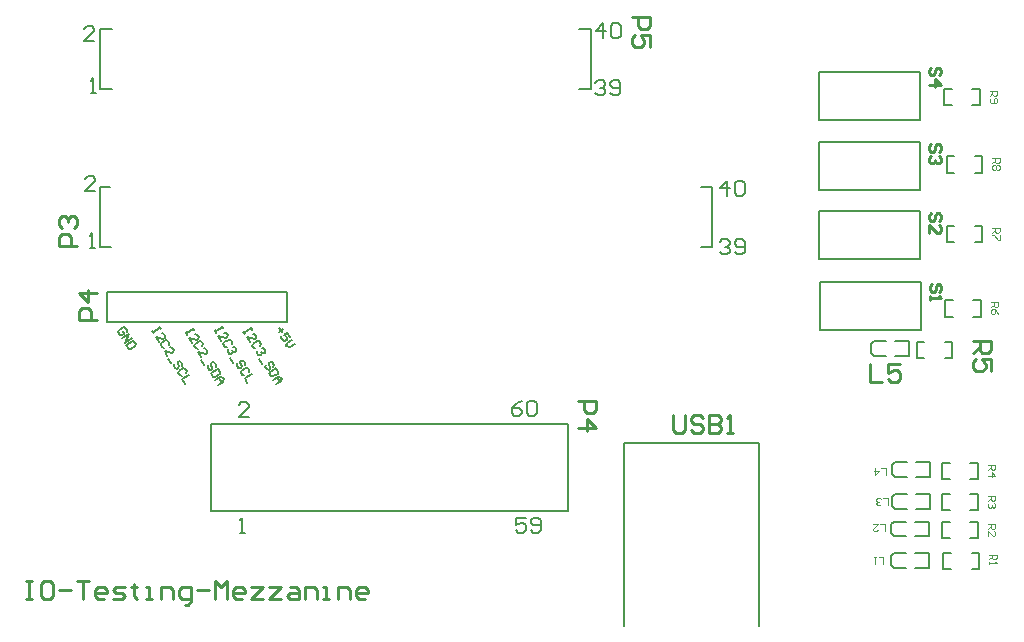
<source format=gto>
%FSTAX24Y24*%
%MOMM*%
%SFA1B1*%

%IPPOS*%
%ADD19C,0.250000*%
%ADD34C,0.130000*%
%ADD35C,0.180000*%
%ADD36C,0.200000*%
%ADD37C,0.150000*%
%ADD38C,0.100000*%
%ADD39C,0.200000*%
%LNio-testing-mezzanine-1*%
%LPD*%
G54D19*
X119399Y138399D02*
X124499D01*
X121899*
Y123199*
X119399*
X124499*
X1397Y138399D02*
X134599D01*
X132099Y135899*
Y125699*
X134599Y123199*
X1397*
X142199Y125699*
Y135899*
X1397Y138399*
X147299Y130799D02*
X157499D01*
X162499Y138399D02*
X172699D01*
X167599*
Y123199*
X185399D02*
X180299D01*
X1778Y125699*
Y130799*
X180299Y133299*
X185399*
X187899Y130799*
Y128299*
X1778*
X192999Y123199D02*
X200599D01*
X2032Y125699*
X200599Y128299*
X195599*
X192999Y130799*
X195599Y133299*
X2032*
X210799Y135899D02*
Y133299D01*
X208299*
X213299*
X210799*
Y125699*
X213299Y123199*
X220899D02*
X225999D01*
X223499*
Y133299*
X220899*
X233599Y123199D02*
Y133299D01*
X2413*
X243799Y130799*
Y123199*
X254Y118099D02*
X256499D01*
X258999Y120699*
Y133299*
X251399*
X248899Y130799*
Y125699*
X251399Y123199*
X258999*
X264099Y130799D02*
X274299D01*
X279299Y123199D02*
Y138399D01*
X284399Y133299*
X289499Y138399*
Y123199*
X302199D02*
X297099D01*
X294599Y125699*
Y130799*
X297099Y133299*
X302199*
X304699Y130799*
Y128299*
X294599*
X309799Y133299D02*
X319999D01*
X309799Y123199*
X319999*
X325099Y133299D02*
X335199D01*
X325099Y123199*
X335199*
X342799Y133299D02*
X347899D01*
X350399Y130799*
Y123199*
X342799*
X340299Y125699*
X342799Y128299*
X350399*
X355499Y123199D02*
Y133299D01*
X363099*
X365699Y130799*
Y123199*
X370799D02*
X375799D01*
X373299*
Y133299*
X370799*
X383499Y123199D02*
Y133299D01*
X391099*
X393599Y130799*
Y123199*
X406299D02*
X401199D01*
X398699Y125699*
Y130799*
X401199Y133299*
X406299*
X408799Y130799*
Y128299*
X398699*
X892599Y501599D02*
X894299Y503199D01*
Y506499*
X892599Y508199*
X890899*
X889299Y506499*
Y503199*
X887599Y501599*
X885899*
X884299Y503199*
Y506499*
X885899Y508199*
X892599Y498199D02*
X894299Y496599D01*
Y493199*
X892599Y491599*
X890899*
X889299Y493199*
Y494899*
Y493199*
X887599Y491599*
X885899*
X884299Y493199*
Y496599*
X885899Y498199*
X632699Y615799D02*
X647899D01*
Y608199*
X645399Y605699*
X640299*
X637799Y608199*
Y615799*
X647899Y590499D02*
Y600599D01*
X640299*
X642799Y595499*
Y592999*
X640299Y590499*
X635199*
X632699Y592999*
Y598099*
X635199Y600599*
X892399Y566099D02*
X894099Y567799D01*
Y571099*
X892399Y572799*
X890799*
X889099Y571099*
Y567799*
X887399Y566099*
X885799*
X884099Y567799*
Y571099*
X885799Y572799*
X884099Y557799D02*
X894099D01*
X889099Y562799*
Y556099*
X892599Y442599D02*
X894299Y444199D01*
Y447499*
X892599Y449199*
X890899*
X889299Y447499*
Y444199*
X887599Y442599*
X885899*
X884299Y444199*
Y447499*
X885899Y449199*
X884299Y432599D02*
Y439199D01*
X890899Y432599*
X892599*
X894299Y434199*
Y437599*
X892599Y439199*
X892899Y382699D02*
X894599Y384399D01*
Y387699*
X892899Y389399*
X891299*
X889599Y387699*
Y384399*
X887899Y382699*
X886299*
X884599Y384399*
Y387699*
X886299Y389399*
X884599Y379399D02*
Y376099D01*
Y377699*
X894599*
X892899Y379399*
X162999Y421999D02*
X147799D01*
Y429599*
X150299Y432199*
X155399*
X157899Y429599*
Y421999*
X150299Y437199D02*
X147799Y439799D01*
Y444899*
X150299Y447399*
X152799*
X155399Y444899*
Y442299*
Y444899*
X157899Y447399*
X160499*
X162999Y444899*
Y439799*
X160499Y437199*
X833999Y321899D02*
Y306699D01*
X844099*
X859399Y321899D02*
X849199D01*
Y314299*
X854299Y316899*
X856799*
X859399Y314299*
Y309199*
X856799Y306699*
X851699*
X849199Y309199*
X921699Y341599D02*
X936899D01*
Y333999*
X934399Y331399*
X929299*
X926799Y333999*
Y341599*
Y336499D02*
X921699Y331399D01*
X936899Y316199D02*
Y326399D01*
X929299*
X931899Y321299*
Y318699*
X929299Y316199*
X924199*
X921699Y318699*
Y323799*
X924199Y326399*
X179399Y359399D02*
X164199D01*
Y366999*
X166699Y369499*
X171799*
X174299Y366999*
Y359399*
X179399Y382199D02*
X164199D01*
X171799Y374599*
Y384699*
X667099Y278199D02*
Y265499D01*
X669599Y262999*
X674699*
X677299Y265499*
Y278199*
X692499Y275699D02*
X689999Y278199D01*
X684899*
X682299Y275699*
Y273199*
X684899Y270599*
X689999*
X692499Y268099*
Y265499*
X689999Y262999*
X684899*
X682299Y265499*
X697599Y278199D02*
Y262999D01*
X705199*
X707699Y265499*
Y268099*
X705199Y270599*
X697599*
X705199*
X707699Y273199*
Y275699*
X705199Y278199*
X697599*
X712799Y262999D02*
X717899D01*
X715299*
Y278199*
X712799Y275699*
X587099Y290299D02*
X602399D01*
Y282599*
X599799Y280099*
X594799*
X592199Y282599*
Y290299*
X587099Y267399D02*
X602399D01*
X594799Y274999*
Y264899*
G54D34*
X790899Y469499D02*
X875999D01*
X790899Y510099D02*
X875999D01*
Y469499D02*
Y510099D01*
X790899Y469499D02*
Y510099D01*
Y528499D02*
X875999D01*
X790899Y569099D02*
X875999D01*
Y528499D02*
Y569099D01*
X790899Y528499D02*
Y569099D01*
Y410499D02*
X875999D01*
X790899Y451099D02*
X875999D01*
Y410499D02*
Y451099D01*
X790899Y410499D02*
Y451099D01*
X791899Y350499D02*
X876999D01*
X791899Y391099D02*
X876999D01*
Y350499D02*
Y391099D01*
X791899Y350499D02*
Y391099D01*
X883699Y148799D02*
Y161499D01*
X851999Y158899D02*
X854499Y161499D01*
X851999Y151299D02*
X854499Y148799D01*
X851999Y151299D02*
Y158899D01*
X854499Y148799D02*
X864699D01*
X872299D02*
X883699D01*
X854499Y161499D02*
X864699D01*
X872299D02*
X883699D01*
X855499Y340999D02*
X866899D01*
X837699D02*
X847899D01*
X855499Y328299D02*
X866899D01*
X837699D02*
X847899D01*
X835199Y330799D02*
Y338399D01*
Y330799D02*
X837699Y328299D01*
X835199Y338399D02*
X837699Y340999D01*
X866899Y328299D02*
Y340999D01*
X873299Y238399D02*
X884699D01*
X855499D02*
X865699D01*
X873299Y225799D02*
X884699D01*
X855499D02*
X865699D01*
X852999Y228299D02*
Y235899D01*
Y228299D02*
X855499Y225799D01*
X852999Y235899D02*
X855499Y238399D01*
X884699Y225799D02*
Y238399D01*
X873299Y211499D02*
X884699D01*
X855499D02*
X865699D01*
X873299Y198799D02*
X884699D01*
X855499D02*
X865699D01*
X852999Y201299D02*
Y208899D01*
Y201299D02*
X855499Y198799D01*
X852999Y208899D02*
X855499Y211499D01*
X884699Y198799D02*
Y211499D01*
X872299Y188399D02*
X883699D01*
X854499D02*
X864699D01*
X872299Y175799D02*
X883699D01*
X854499D02*
X864699D01*
X851999Y178299D02*
Y185899D01*
Y178299D02*
X854499Y175799D01*
X851999Y185899D02*
X854499Y188399D01*
X883699Y175799D02*
Y188399D01*
X625799Y099999D02*
Y254199D01*
X740099Y099999D02*
Y254199D01*
X625999Y254999D02*
X740299D01*
G54D35*
X920699Y554699D02*
X927299D01*
Y540899D02*
Y554699D01*
X920699Y540899D02*
X927299D01*
X896899D02*
X903499D01*
X896899D02*
Y554699D01*
X903499*
X922699Y497699D02*
X929299D01*
Y483899D02*
Y497699D01*
X922699Y483899D02*
X929299D01*
X898899D02*
X905499D01*
X898899D02*
Y497699D01*
X905499*
X921699Y375699D02*
X928299D01*
Y361899D02*
Y375699D01*
X921699Y361899D02*
X928299D01*
X897899D02*
X904499D01*
X897899D02*
Y375699D01*
X904499*
X919099Y237999D02*
X925699D01*
Y224199D02*
Y237999D01*
X919099Y224199D02*
X925699D01*
X895299D02*
X901899D01*
X895299D02*
Y237999D01*
X901899*
X922699Y438699D02*
X929299D01*
Y424899D02*
Y438699D01*
X922699Y424899D02*
X929299D01*
X898899D02*
X905499D01*
X898899D02*
Y438699D01*
X905499*
X919099Y211899D02*
X925699D01*
Y198099D02*
Y211899D01*
X919099Y198099D02*
X925699D01*
X895299D02*
X901899D01*
X895299D02*
Y211899D01*
X901899*
X897299Y340499D02*
X903899D01*
Y326699D02*
Y340499D01*
X897299Y326699D02*
X903899D01*
X873499D02*
X880099D01*
X873499D02*
Y340499D01*
X880099*
X919099Y187999D02*
X925699D01*
Y174199D02*
Y187999D01*
X919099Y174199D02*
X925699D01*
X895299D02*
X901899D01*
X895299D02*
Y187999D01*
X901899*
X920099Y161999D02*
X926699D01*
Y148199D02*
Y161999D01*
X920099Y148199D02*
X926699D01*
X896299D02*
X902899D01*
X896299D02*
Y161999D01*
X902899*
G54D36*
X587399Y605599D02*
X597499D01*
X587399Y554799D02*
X597499D01*
X182199D02*
X192399D01*
X182199Y605599D02*
X192399D01*
X597499Y554799D02*
Y605599D01*
X182199Y554799D02*
Y605599D01*
X276399Y197699D02*
Y271299D01*
Y197699D02*
X578599D01*
Y271299*
X276399D02*
X578599D01*
X187899Y383099D02*
X340299D01*
X187899Y357699D02*
X340299D01*
Y383099*
X187899Y357699D02*
Y383099D01*
X690899Y471799D02*
X700399D01*
X690899Y420999D02*
X700399D01*
X182199D02*
X191299D01*
X182199Y471799D02*
X190799D01*
X700399Y420999D02*
Y471799D01*
X182199Y420999D02*
Y471799D01*
G54D37*
X204599Y348699D02*
X204999Y350299D01*
X203699Y352299*
X202099Y352699*
X198199Y350199*
X197799Y348599*
X198999Y346599*
X200599Y346299*
X202599Y347499*
X201399Y349499*
X200899Y343699D02*
X206799Y347399D01*
X203299Y339699*
X209299Y343399*
X210499Y341399D02*
X204499Y337699D01*
X206399Y334699*
X207999Y334399*
X211999Y336799*
X212299Y338399*
X210499Y341399*
X334099Y352499D02*
X336599Y348499D01*
X337399Y351699D02*
X333399Y349199D01*
X343299Y344399D02*
X340799Y348399D01*
X337799Y346499*
X339999Y345099*
X340699Y344199*
X340299Y342499*
X338299Y341299*
X336699Y341699*
X335499Y343699*
X335799Y345299*
X344499Y342399D02*
X340499Y339899D01*
X339799Y336699*
X342999Y335999*
X346899Y338399*
X309599Y352899D02*
X310799Y350899D01*
X310199Y351899*
X304199Y348199*
X303599Y349199*
X3048Y347199*
X309099Y340299D02*
X306699Y344299D01*
X313099Y342799*
X314099Y343399*
X314499Y344999*
X313299Y346999*
X311599Y347299*
X317799Y337399D02*
X318199Y338999D01*
X316899Y340999*
X315299Y341399*
X311399Y338899*
X310999Y337299*
X312199Y335399*
X313799Y334999*
X318999Y335399D02*
X320599Y335099D01*
X321899Y333099*
X321499Y331499*
X320499Y330899*
X318899Y331199*
X318299Y332199*
X318899Y331199*
X318499Y329599*
X3175Y328999*
X315899Y329399*
X314699Y331399*
X315099Y332999*
X316799Y325799D02*
X319199Y321799D01*
X328799Y319599D02*
X329199Y321199D01*
X327999Y323199*
X326399Y323599*
X325399Y322899*
X324999Y321299*
X326299Y319299*
X325899Y317699*
X324899Y317099*
X323299Y3175*
X321999Y319499*
X322399Y321099*
X331099Y318199D02*
X325099Y314499D01*
X326999Y311599*
X328599Y311199*
X332499Y313599*
X332899Y315199*
X331099Y318199*
X328799Y308599D02*
X332799Y310999D01*
X335999Y310299*
X335199Y307099*
X331299Y304599*
X334199Y306499*
X331799Y310399*
X285299Y353999D02*
X286499Y351999D01*
X285899Y352999*
X279999Y349299*
X2794Y350299*
X280599Y348299*
X284899Y341399D02*
X282399Y345399D01*
X288899Y343899*
X289799Y344499*
X290199Y346099*
X288999Y348099*
X287399Y348399*
X293499Y338499D02*
X293899Y340099D01*
X292699Y342099*
X291099Y342499*
X287099Y339999*
X286699Y338399*
X287999Y336499*
X289599Y336099*
X294799Y336499D02*
X296399Y336199D01*
X297599Y334199*
X297199Y332599*
X296199Y331999*
X294599Y332299*
X293999Y333299*
X294599Y332299*
X294199Y330699*
X293299Y330099*
X291599Y330499*
X290399Y332499*
X290799Y334099*
X292499Y326899D02*
X294999Y322899D01*
X304599Y320699D02*
X304999Y322299D01*
X303699Y324299*
X302099Y324699*
X301099Y323999*
X300799Y322399*
X301999Y320399*
X301599Y318799*
X300599Y318199*
X298999Y318599*
X297799Y320599*
X298199Y322199*
X308299Y314699D02*
X308699Y316299D01*
X307399Y318299*
X305799Y318699*
X301899Y316199*
X301499Y314599*
X302699Y312699*
X304299Y312299*
X310499Y313399D02*
X304499Y309699D01*
X306999Y305699*
X260699Y352399D02*
X261899Y350399D01*
X261299Y351399*
X255399Y347699*
X254799Y348699*
X255999Y346699*
X260299Y339799D02*
X257799Y343799D01*
X264299Y342299*
X265199Y3429*
X265599Y344499*
X264399Y346499*
X262799Y346799*
X268899Y336899D02*
X269299Y338499D01*
X268099Y340499*
X266499Y340899*
X262499Y338399*
X262099Y336799*
X263399Y334899*
X264999Y334499*
X267699Y327899D02*
X265199Y331899D01*
X271599Y330399*
X272599Y330999*
X272999Y332599*
X271799Y334599*
X270199Y334899*
X267899Y325299D02*
X270399Y321299D01*
X279999Y319099D02*
X280399Y320699D01*
X279099Y322699*
X277499Y323099*
X276499Y322399*
X276199Y320799*
X277399Y318799*
X276999Y317199*
X275999Y316599*
X274399Y316999*
X273199Y318999*
X273599Y320599*
X282199Y317699D02*
X276299Y313999D01*
X278099Y311099*
X279699Y310699*
X283699Y313099*
X284099Y314699*
X282199Y317699*
X279899Y308099D02*
X283899Y310499D01*
X287099Y309799*
X286399Y306599*
X282399Y304099*
X285399Y305999*
X282899Y309899*
X232299Y353399D02*
X233499Y351399D01*
X232899Y352399*
X226999Y348699*
X226399Y349699*
X227599Y347699*
X231899Y340799D02*
X229399Y344799D01*
X235899Y343299*
X236799Y343899*
X237199Y345499*
X235999Y347499*
X234399Y347799*
X240499Y337899D02*
X240899Y339499D01*
X239699Y341499*
X238099Y341899*
X234099Y339399*
X233699Y337799*
X234999Y335899*
X236599Y335499*
X239299Y328899D02*
X236799Y332899D01*
X243199Y331399*
X244199Y331999*
X244599Y333599*
X243399Y335599*
X241799Y335899*
X239499Y326299D02*
X241999Y322299D01*
X251599Y320099D02*
X251999Y321699D01*
X250699Y323699*
X249099Y324099*
X248099Y323399*
X247799Y321799*
X248999Y319799*
X248599Y318199*
X247599Y317599*
X245999Y317999*
X244799Y319999*
X245199Y321599*
X255299Y314099D02*
X255699Y315699D01*
X254399Y317699*
X252799Y318099*
X248899Y315599*
X248499Y313999*
X249699Y312099*
X251299Y311699*
X257499Y312799D02*
X251499Y309099D01*
X254Y305099*
G54D38*
X935799Y552999D02*
X941799D01*
Y549999*
X940799Y548999*
X938799*
X937799Y549999*
Y552999*
Y550999D02*
X935799Y548999D01*
X936799Y546999D02*
X935799Y545999D01*
Y543999*
X936799Y542999*
X940799*
X941799Y543999*
Y545999*
X940799Y546999*
X9398*
X938799Y545999*
Y542999*
X937799Y495999D02*
X943799D01*
Y492999*
X942799Y491999*
X940799*
X9398Y492999*
Y495999*
Y493999D02*
X937799Y491999D01*
X942799Y489999D02*
X943799Y488999D01*
Y486999*
X942799Y485999*
X941799*
X940799Y486999*
X9398Y485999*
X938799*
X937799Y486999*
Y488999*
X938799Y489999*
X9398*
X940799Y488999*
X941799Y489999*
X942799*
X940799Y488999D02*
Y486999D01*
X936799Y373999D02*
X942799D01*
Y370999*
X941799Y369999*
X9398*
X938799Y370999*
Y373999*
Y371999D02*
X936799Y369999D01*
X942799Y363999D02*
X941799Y365999D01*
X9398Y367999*
X937799*
X936799Y366999*
Y364999*
X937799Y363999*
X938799*
X9398Y364999*
Y367999*
X845499Y152099D02*
Y158099D01*
X841499*
X839499D02*
X837499D01*
X838499*
Y152099*
X839499Y153099*
X846499Y180099D02*
Y186099D01*
X842499*
X836499D02*
X840499D01*
X836499Y182099*
Y181099*
X837499Y180099*
X839499*
X840499Y181099*
X849499Y202099D02*
Y208099D01*
X845499*
X843499Y203099D02*
X842499Y202099D01*
X840499*
X839499Y203099*
Y204099*
X840499Y205099*
X841499*
X840499*
X839499Y206099*
Y207099*
X840499Y208099*
X842499*
X843499Y207099*
X847499Y228099D02*
Y234099D01*
X843499*
X838499D02*
Y228099D01*
X841499Y231099*
X837499*
X935199Y160299D02*
X941199D01*
Y157299*
X940199Y156299*
X938199*
X937199Y157299*
Y160299*
Y158299D02*
X935199Y156299D01*
Y154299D02*
Y152299D01*
Y153299*
X941199*
X940199Y154299*
X934199Y186299D02*
X940199D01*
Y183299*
X939199Y182299*
X937199*
X936199Y183299*
Y186299*
Y184299D02*
X934199Y182299D01*
Y176299D02*
Y180299D01*
X938199Y176299*
X939199*
X940199Y177299*
Y179299*
X939199Y180299*
X934199Y210199D02*
X940199D01*
Y207199*
X939199Y206199*
X937199*
X936199Y207199*
Y210199*
Y208199D02*
X934199Y206199D01*
X939199Y204199D02*
X940199Y2032D01*
Y201199*
X939199Y200199*
X938199*
X937199Y201199*
Y202199*
Y201199*
X936199Y200199*
X935199*
X934199Y201199*
Y2032*
X935199Y204199*
X937799Y436999D02*
X943799D01*
Y433999*
X942799Y432999*
X940799*
X9398Y433999*
Y436999*
Y434999D02*
X937799Y432999D01*
X943799Y430999D02*
Y426999D01*
X942799*
X938799Y430999*
X937799*
X934199Y236299D02*
X940199D01*
Y233299*
X939199Y232299*
X937199*
X936199Y233299*
Y236299*
Y234299D02*
X934199Y232299D01*
Y227299D02*
X940199D01*
X937199Y230299*
Y226299*
G54D39*
X174199Y550899D02*
X178399D01*
X176299*
Y563599*
X174199Y561499*
X601499Y560099D02*
X603599Y562199D01*
X607799*
X609999Y560099*
Y557999*
X607799Y555799*
X605699*
X607799*
X609999Y553699*
Y551599*
X607799Y549499*
X603599*
X601499Y551599*
X614199D02*
X616299Y549499D01*
X620499*
X622699Y551599*
Y560099*
X620499Y562199*
X616299*
X614199Y560099*
Y557999*
X616299Y555799*
X622699*
X608099Y597699D02*
Y610399D01*
X601799Y603999*
X610299*
X614499Y608299D02*
X616599Y610399D01*
X620799*
X622999Y608299*
Y599799*
X620799Y597699*
X616599*
X614499Y599799*
Y608299*
X177399Y594899D02*
X168899D01*
X177399Y603399*
Y605499*
X175199Y607599*
X170999*
X168899Y605499*
X173299Y419799D02*
X177599D01*
X175399*
Y432499*
X173299Y430299*
X706699Y425299D02*
X708799Y427399D01*
X713099*
X715199Y425299*
Y423099*
X713099Y420999*
X710999*
X713099*
X715199Y418899*
Y416799*
X713099Y414699*
X708799*
X706699Y416799*
X719399D02*
X721499Y414699D01*
X725799*
X727899Y416799*
Y425299*
X725799Y427399*
X721499*
X719399Y425299*
Y423099*
X721499Y420999*
X727899*
X713099Y464199D02*
Y476899D01*
X706699Y470599*
X715199*
X719399Y474799D02*
X721499Y476899D01*
X725799*
X727899Y474799*
Y466299*
X725799Y464199*
X721499*
X719399Y466299*
Y474799*
X177999Y467999D02*
X169499D01*
X177999Y476499*
Y478599*
X175899Y480699*
X171599*
X169499Y478599*
X308099Y276899D02*
X299699D01*
X308099Y285299*
Y287399*
X305999Y289599*
X301799*
X299699Y287399*
X539299Y290799D02*
X535099Y288699D01*
X530799Y284499*
Y280199*
X532899Y278099*
X537199*
X539299Y280199*
Y282399*
X537199Y284499*
X530799*
X543499Y288699D02*
X545599Y290799D01*
X549899*
X551999Y288699*
Y280199*
X549899Y278099*
X545599*
X543499Y280199*
Y288699*
X542599Y191699D02*
X534099D01*
Y185399*
X538299Y187499*
X540399*
X542599Y185399*
Y181099*
X540399Y178999*
X536199*
X534099Y181099*
X546799D02*
X548899Y178999D01*
X553099*
X555199Y181099*
Y189599*
X553099Y191699*
X548899*
X546799Y189599*
Y187499*
X548899Y185399*
X555199*
X300399Y178999D02*
X304599D01*
X302499*
Y191699*
X300399Y189599*
M02*
</source>
